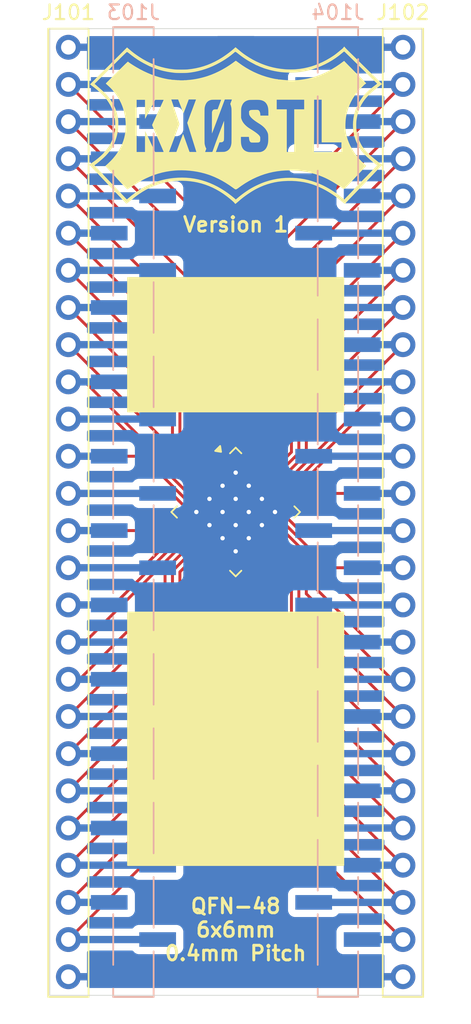
<source format=kicad_pcb>
(kicad_pcb (version 20241229) (generator "pcbnew") (generator_version "9.0")
  (layers (0 "F.Cu" signal) (2 "B.Cu" signal) (13 "F.Paste" user) (15 "B.Paste" user) (5 "F.SilkS" user "F.Silkscreen") (7 "B.SilkS" user "B.Silkscreen") (1 "F.Mask" user) (3 "B.Mask" user) (25 "Edge.Cuts" user))
  (net 0 "")
  (net 1 "/27")
  (net 2 "/10")
  (net 3 "/3")
  (net 4 "/6")
  (net 5 "/8")
  (net 6 "/1")
  (net 7 "/31")
  (net 8 "/7")
  (net 9 "/28")
  (net 10 "/2")
  (net 11 "/32")
  (net 12 "/24")
  (net 13 "/23")
  (net 14 "/19")
  (net 15 "/20")
  (net 16 "/18")
  (net 17 "/9")
  (net 18 "/14")
  (net 19 "/34")
  (net 20 "/26")
  (net 21 "/21")
  (net 22 "/16")
  (net 23 "/29")
  (net 24 "/15")
  (net 25 "/25")
  (net 26 "/30")
  (net 27 "/33")
  (net 28 "/17")
  (net 29 "/5")
  (net 30 "/4")
  (net 31 "/13")
  (net 32 "/12")
  (net 33 "/11")
  (net 34 "/22")
  (net 35 "/43")
  (net 36 "/40")
  (net 37 "/41")
  (net 38 "/48")
  (net 39 "/35")
  (net 40 "/37")
  (net 41 "/49")
  (net 42 "/45")
  (net 43 "/47")
  (net 44 "/39")
  (net 45 "/46")
  (net 46 "/44")
  (net 47 "/42")
  (net 48 "/38")
  (net 49 "/36")
  (footprint "Package_DFN_QFN:QFN-48-1EP_6x6mm_P0.4mm_EP4.3x4.3mm_ThermalVias" (layer "F.Cu") (at 138.43 120.65 -45)
    (property "Reference" "U101" (hide yes))
    (property "Value" "QFN-48")
    (pad "1" smd roundrect (at -3.149999 -2.2 315) (size 1.2 0.2) (layers "F.Cu" "F.Mask" "F.Paste") (net 6 "/1"))
    (pad "2" smd roundrect (at -3.15 -1.8 315) (size 1.2 0.2) (layers "F.Cu" "F.Mask" "F.Paste") (net 10 "/2"))
    (pad "3" smd roundrect (at -3.15 -1.399999 315) (size 1.2 0.2) (layers "F.Cu" "F.Mask" "F.Paste") (net 3 "/3"))
    (pad "4" smd roundrect (at -3.15 -1 315) (size 1.2 0.2) (layers "F.Cu" "F.Mask" "F.Paste") (net 30 "/4"))
    (pad "5" smd roundrect (at -3.149999 -0.6 315) (size 1.2 0.2) (layers "F.Cu" "F.Mask" "F.Paste") (net 29 "/5"))
    (pad "6" smd roundrect (at -3.15 -0.199999 315) (size 1.2 0.2) (layers "F.Cu" "F.Mask" "F.Paste") (net 4 "/6"))
    (pad "7" smd roundrect (at -3.15 0.199999 315) (size 1.2 0.2) (layers "F.Cu" "F.Mask" "F.Paste") (net 8 "/7"))
    (pad "8" smd roundrect (at -3.149999 0.6 315) (size 1.2 0.2) (layers "F.Cu" "F.Mask" "F.Paste") (net 5 "/8"))
    (pad "9" smd roundrect (at -3.15 1 315) (size 1.2 0.2) (layers "F.Cu" "F.Mask" "F.Paste") (net 17 "/9"))
    (pad "10" smd roundrect (at -3.15 1.399999 315) (size 1.2 0.2) (layers "F.Cu" "F.Mask" "F.Paste") (net 2 "/10"))
    (pad "11" smd roundrect (at -3.15 1.8 315) (size 1.2 0.2) (layers "F.Cu" "F.Mask" "F.Paste") (net 33 "/11"))
    (pad "12" smd roundrect (at -3.149999 2.2 315) (size 1.2 0.2) (layers "F.Cu" "F.Mask" "F.Paste") (net 32 "/12"))
    (pad "13" smd roundrect (at -2.2 3.149999 315) (size 0.2 1.2) (layers "F.Cu" "F.Mask" "F.Paste") (net 31 "/13"))
    (pad "14" smd roundrect (at -1.8 3.15 315) (size 0.2 1.2) (layers "F.Cu" "F.Mask" "F.Paste") (net 18 "/14"))
    (pad "15" smd roundrect (at -1.399999 3.15 315) (size 0.2 1.2) (layers "F.Cu" "F.Mask" "F.Paste") (net 24 "/15"))
    (pad "16" smd roundrect (at -1 3.15 315) (size 0.2 1.2) (layers "F.Cu" "F.Mask" "F.Paste") (net 22 "/16"))
    (pad "17" smd roundrect (at -0.6 3.149999 315) (size 0.2 1.2) (layers "F.Cu" "F.Mask" "F.Paste") (net 28 "/17"))
    (pad "18" smd roundrect (at -0.199999 3.15 315) (size 0.2 1.2) (layers "F.Cu" "F.Mask" "F.Paste") (net 16 "/18"))
    (pad "19" smd roundrect (at 0.199999 3.15 315) (size 0.2 1.2) (layers "F.Cu" "F.Mask" "F.Paste") (net 14 "/19"))
    (pad "20" smd roundrect (at 0.6 3.149999 315) (size 0.2 1.2) (layers "F.Cu" "F.Mask" "F.Paste") (net 15 "/20"))
    (pad "21" smd roundrect (at 1 3.15 315) (size 0.2 1.2) (layers "F.Cu" "F.Mask" "F.Paste") (net 21 "/21"))
    (pad "22" smd roundrect (at 1.399999 3.15 315) (size 0.2 1.2) (layers "F.Cu" "F.Mask" "F.Paste") (net 34 "/22"))
    (pad "23" smd roundrect (at 1.8 3.15 315) (size 0.2 1.2) (layers "F.Cu" "F.Mask" "F.Paste") (net 13 "/23"))
    (pad "24" smd roundrect (at 2.2 3.149999 315) (size 0.2 1.2) (layers "F.Cu" "F.Mask" "F.Paste") (net 12 "/24"))
    (pad "25" smd roundrect (at 3.149999 2.2 315) (size 1.2 0.2) (layers "F.Cu" "F.Mask" "F.Paste") (net 25 "/25"))
    (pad "26" smd roundrect (at 3.15 1.8 315) (size 1.2 0.2) (layers "F.Cu" "F.Mask" "F.Paste") (net 20 "/26"))
    (pad "27" smd roundrect (at 3.15 1.399999 315) (size 1.2 0.2) (layers "F.Cu" "F.Mask" "F.Paste") (net 1 "/27"))
    (pad "28" smd roundrect (at 3.15 1 315) (size 1.2 0.2) (layers "F.Cu" "F.Mask" "F.Paste") (net 9 "/28"))
    (pad "29" smd roundrect (at 3.149999 0.6 315) (size 1.2 0.2) (layers "F.Cu" "F.Mask" "F.Paste") (net 23 "/29"))
    (pad "30" smd roundrect (at 3.15 0.199999 315) (size 1.2 0.2) (layers "F.Cu" "F.Mask" "F.Paste") (net 26 "/30"))
    (pad "31" smd roundrect (at 3.15 -0.199999 315) (size 1.2 0.2) (layers "F.Cu" "F.Mask" "F.Paste") (net 7 "/31"))
    (pad "32" smd roundrect (at 3.149999 -0.6 315) (size 1.2 0.2) (layers "F.Cu" "F.Mask" "F.Paste") (net 11 "/32"))
    (pad "33" smd roundrect (at 3.15 -1 315) (size 1.2 0.2) (layers "F.Cu" "F.Mask" "F.Paste") (net 27 "/33"))
    (pad "34" smd roundrect (at 3.15 -1.399999 315) (size 1.2 0.2) (layers "F.Cu" "F.Mask" "F.Paste") (net 19 "/34"))
    (pad "35" smd roundrect (at 3.15 -1.8 315) (size 1.2 0.2) (layers "F.Cu" "F.Mask" "F.Paste") (net 39 "/35"))
    (pad "36" smd roundrect (at 3.149999 -2.2 315) (size 1.2 0.2) (layers "F.Cu" "F.Mask" "F.Paste") (net 49 "/36"))
    (pad "37" smd roundrect (at 2.2 -3.149999 315) (size 0.2 1.2) (layers "F.Cu" "F.Mask" "F.Paste") (net 40 "/37"))
    (pad "38" smd roundrect (at 1.8 -3.15 315) (size 0.2 1.2) (layers "F.Cu" "F.Mask" "F.Paste") (net 48 "/38"))
    (pad "39" smd roundrect (at 1.399999 -3.15 315) (size 0.2 1.2) (layers "F.Cu" "F.Mask" "F.Paste") (net 44 "/39"))
    (pad "40" smd roundrect (at 1 -3.15 315) (size 0.2 1.2) (layers "F.Cu" "F.Mask" "F.Paste") (net 36 "/40"))
    (pad "41" smd roundrect (at 0.6 -3.149999 315) (size 0.2 1.2) (layers "F.Cu" "F.Mask" "F.Paste") (net 37 "/41"))
    (pad "42" smd roundrect (at 0.199999 -3.15 315) (size 0.2 1.2) (layers "F.Cu" "F.Mask" "F.Paste") (net 47 "/42"))
    (pad "43" smd roundrect (at -0.199999 -3.15 315) (size 0.2 1.2) (layers "F.Cu" "F.Mask" "F.Paste") (net 35 "/43"))
    (pad "44" smd roundrect (at -0.6 -3.149999 315) (size 0.2 1.2) (layers "F.Cu" "F.Mask" "F.Paste") (net 46 "/44"))
    (pad "45" smd roundrect (at -1 -3.15 315) (size 0.2 1.2) (layers "F.Cu" "F.Mask" "F.Paste") (net 42 "/45"))
    (pad "46" smd roundrect (at -1.399999 -3.15 315) (size 0.2 1.2) (layers "F.Cu" "F.Mask" "F.Paste") (net 45 "/46"))
    (pad "47" smd roundrect (at -1.8 -3.15 315) (size 0.2 1.2) (layers "F.Cu" "F.Mask" "F.Paste") (net 43 "/47"))
    (pad "48" smd roundrect (at -2.2 -3.149999 315) (size 0.2 1.2) (layers "F.Cu" "F.Mask" "F.Paste") (net 38 "/48"))
    (pad "49" thru_hole circle (at -1.9 -1.9 315) (size 0.5 0.5) (drill 0.3) (property pad_prop_heatsink) (layers "*.Cu") (net 41 "/49"))
    (pad "49" thru_hole circle (at -1.9 -0.633333 315) (size 0.5 0.5) (drill 0.3) (property pad_prop_heatsink) (layers "*.Cu") (net 41 "/49"))
    (pad "49" thru_hole circle (at -1.9 0.633333 315) (size 0.5 0.5) (drill 0.3) (property pad_prop_heatsink) (layers "*.Cu") (net 41 "/49"))
    (pad "49" thru_hole circle (at -1.9 1.9 315) (size 0.5 0.5) (drill 0.3) (property pad_prop_heatsink) (layers "*.Cu") (net 41 "/49"))
    (pad "49" thru_hole circle (at -0.633333 -1.9 315) (size 0.5 0.5) (drill 0.3) (property pad_prop_heatsink) (layers "*.Cu") (net 41 "/49"))
    (pad "49" thru_hole circle (at -0.633333 -0.633333 315) (size 0.5 0.5) (drill 0.3) (property pad_prop_heatsink) (layers "*.Cu") (net 41 "/49"))
    (pad "49" thru_hole circle (at -0.633333 0.633333 315) (size 0.5 0.5) (drill 0.3) (property pad_prop_heatsink) (layers "*.Cu") (net 41 "/49"))
    (pad "49" thru_hole circle (at -0.633333 1.9 315) (size 0.5 0.5) (drill 0.3) (property pad_prop_heatsink) (layers "*.Cu") (net 41 "/49"))
    (pad "49" smd rect (at 0 0 315) (size 4.3 4.3) (property pad_prop_heatsink) (layers "F.Cu" "F.Mask") (net 41 "/49"))
    (pad "49" smd rect (at 0 0 315) (size 4.3 4.3) (property pad_prop_heatsink) (layers "B.Cu") (net 41 "/49"))
    (pad "49" thru_hole circle (at 0.633333 -1.9 315) (size 0.5 0.5) (drill 0.3) (property pad_prop_heatsink) (layers "*.Cu") (net 41 "/49"))
    (pad "49" thru_hole circle (at 0.633333 -0.633333 315) (size 0.5 0.5) (drill 0.3) (property pad_prop_heatsink) (layers "*.Cu") (net 41 "/49"))
    (pad "49" thru_hole circle (at 0.633333 0.633333 315) (size 0.5 0.5) (drill 0.3) (property pad_prop_heatsink) (layers "*.Cu") (net 41 "/49"))
    (pad "49" thru_hole circle (at 0.633333 1.9 315) (size 0.5 0.5) (drill 0.3) (property pad_prop_heatsink) (layers "*.Cu") (net 41 "/49"))
    (pad "49" thru_hole circle (at 1.9 -1.9 315) (size 0.5 0.5) (drill 0.3) (property pad_prop_heatsink) (layers "*.Cu") (net 41 "/49"))
    (pad "49" thru_hole circle (at 1.9 -0.633333 315) (size 0.5 0.5) (drill 0.3) (property pad_prop_heatsink) (layers "*.Cu") (net 41 "/49"))
    (pad "49" thru_hole circle (at 1.9 0.633333 315) (size 0.5 0.5) (drill 0.3) (property pad_prop_heatsink) (layers "*.Cu") (net 41 "/49"))
    (pad "49" thru_hole circle (at 1.9 1.9 315) (size 0.5 0.5) (drill 0.3) (property pad_prop_heatsink) (layers "*.Cu") (net 41 "/49"))
  )
  (footprint "libraries:LogoSmall" (layer "F.Cu") (at 138.43 94.234)
    (property "Reference" "G***" (hide yes))
    (property "Value" "LOGO" (hide yes))
  )
  (footprint "Connector_PinHeader_2.54mm:PinHeader_1x26_P2.54mm_Vertical" (layer "F.Cu") (at 127 88.9)
    (property "Reference" "J101" (at 0 -2.38 0) (layer "F.SilkS"))
    (property "Value" "Conn_01x26")
    (pad "1" thru_hole circle (at 0 0) (size 1.7 1.7) (drill 1) (layers "*.Cu" "*.Mask") (net 41 "/49"))
    (pad "2" thru_hole circle (at 0 2.54) (size 1.7 1.7) (drill 1) (layers "*.Cu" "*.Mask") (net 6 "/1"))
    (pad "3" thru_hole circle (at 0 5.08) (size 1.7 1.7) (drill 1) (layers "*.Cu" "*.Mask") (net 10 "/2"))
    (pad "4" thru_hole circle (at 0 7.62) (size 1.7 1.7) (drill 1) (layers "*.Cu" "*.Mask") (net 3 "/3"))
    (pad "5" thru_hole circle (at 0 10.16) (size 1.7 1.7) (drill 1) (layers "*.Cu" "*.Mask") (net 30 "/4"))
    (pad "6" thru_hole circle (at 0 12.7) (size 1.7 1.7) (drill 1) (layers "*.Cu" "*.Mask") (net 29 "/5"))
    (pad "7" thru_hole circle (at 0 15.24) (size 1.7 1.7) (drill 1) (layers "*.Cu" "*.Mask") (net 4 "/6"))
    (pad "8" thru_hole circle (at 0 17.78) (size 1.7 1.7) (drill 1) (layers "*.Cu" "*.Mask") (net 8 "/7"))
    (pad "9" thru_hole circle (at 0 20.32) (size 1.7 1.7) (drill 1) (layers "*.Cu" "*.Mask") (net 5 "/8"))
    (pad "10" thru_hole circle (at 0 22.86) (size 1.7 1.7) (drill 1) (layers "*.Cu" "*.Mask") (net 17 "/9"))
    (pad "11" thru_hole circle (at 0 25.4) (size 1.7 1.7) (drill 1) (layers "*.Cu" "*.Mask") (net 2 "/10"))
    (pad "12" thru_hole circle (at 0 27.94) (size 1.7 1.7) (drill 1) (layers "*.Cu" "*.Mask") (net 33 "/11"))
    (pad "13" thru_hole circle (at 0 30.48) (size 1.7 1.7) (drill 1) (layers "*.Cu" "*.Mask") (net 32 "/12"))
    (pad "14" thru_hole circle (at 0 33.02) (size 1.7 1.7) (drill 1) (layers "*.Cu" "*.Mask") (net 31 "/13"))
    (pad "15" thru_hole circle (at 0 35.56) (size 1.7 1.7) (drill 1) (layers "*.Cu" "*.Mask") (net 18 "/14"))
    (pad "16" thru_hole circle (at 0 38.1) (size 1.7 1.7) (drill 1) (layers "*.Cu" "*.Mask") (net 24 "/15"))
    (pad "17" thru_hole circle (at 0 40.64) (size 1.7 1.7) (drill 1) (layers "*.Cu" "*.Mask") (net 22 "/16"))
    (pad "18" thru_hole circle (at 0 43.18) (size 1.7 1.7) (drill 1) (layers "*.Cu" "*.Mask") (net 28 "/17"))
    (pad "19" thru_hole circle (at 0 45.72) (size 1.7 1.7) (drill 1) (layers "*.Cu" "*.Mask") (net 16 "/18"))
    (pad "20" thru_hole circle (at 0 48.26) (size 1.7 1.7) (drill 1) (layers "*.Cu" "*.Mask") (net 14 "/19"))
    (pad "21" thru_hole circle (at 0 50.8) (size 1.7 1.7) (drill 1) (layers "*.Cu" "*.Mask") (net 15 "/20"))
    (pad "22" thru_hole circle (at 0 53.34) (size 1.7 1.7) (drill 1) (layers "*.Cu" "*.Mask") (net 21 "/21"))
    (pad "23" thru_hole circle (at 0 55.88) (size 1.7 1.7) (drill 1) (layers "*.Cu" "*.Mask") (net 34 "/22"))
    (pad "24" thru_hole circle (at 0 58.42) (size 1.7 1.7) (drill 1) (layers "*.Cu" "*.Mask") (net 13 "/23"))
    (pad "25" thru_hole circle (at 0 60.96) (size 1.7 1.7) (drill 1) (layers "*.Cu" "*.Mask") (net 12 "/24"))
    (pad "26" thru_hole circle (at 0 63.5) (size 1.7 1.7) (drill 1) (layers "*.Cu" "*.Mask") (net 41 "/49"))
  )
  (footprint "Connector_PinHeader_2.54mm:PinHeader_1x26_P2.54mm_Vertical" (layer "F.Cu") (at 149.86 88.9)
    (property "Reference" "J102" (at 0 -2.38 0) (layer "F.SilkS"))
    (property "Value" "Conn_01x26")
    (pad "1" thru_hole circle (at 0 0) (size 1.7 1.7) (drill 1) (layers "*.Cu" "*.Mask") (net 41 "/49"))
    (pad "2" thru_hole circle (at 0 2.54) (size 1.7 1.7) (drill 1) (layers "*.Cu" "*.Mask") (net 38 "/48"))
    (pad "3" thru_hole circle (at 0 5.08) (size 1.7 1.7) (drill 1) (layers "*.Cu" "*.Mask") (net 43 "/47"))
    (pad "4" thru_hole circle (at 0 7.62) (size 1.7 1.7) (drill 1) (layers "*.Cu" "*.Mask") (net 45 "/46"))
    (pad "5" thru_hole circle (at 0 10.16) (size 1.7 1.7) (drill 1) (layers "*.Cu" "*.Mask") (net 42 "/45"))
    (pad "6" thru_hole circle (at 0 12.7) (size 1.7 1.7) (drill 1) (layers "*.Cu" "*.Mask") (net 46 "/44"))
    (pad "7" thru_hole circle (at 0 15.24) (size 1.7 1.7) (drill 1) (layers "*.Cu" "*.Mask") (net 35 "/43"))
    (pad "8" thru_hole circle (at 0 17.78) (size 1.7 1.7) (drill 1) (layers "*.Cu" "*.Mask") (net 47 "/42"))
    (pad "9" thru_hole circle (at 0 20.32) (size 1.7 1.7) (drill 1) (layers "*.Cu" "*.Mask") (net 37 "/41"))
    (pad "10" thru_hole circle (at 0 22.86) (size 1.7 1.7) (drill 1) (layers "*.Cu" "*.Mask") (net 36 "/40"))
    (pad "11" thru_hole circle (at 0 25.4) (size 1.7 1.7) (drill 1) (layers "*.Cu" "*.Mask") (net 44 "/39"))
    (pad "12" thru_hole circle (at 0 27.94) (size 1.7 1.7) (drill 1) (layers "*.Cu" "*.Mask") (net 48 "/38"))
    (pad "13" thru_hole circle (at 0 30.48) (size 1.7 1.7) (drill 1) (layers "*.Cu" "*.Mask") (net 40 "/37"))
    (pad "14" thru_hole circle (at 0 33.02) (size 1.7 1.7) (drill 1) (layers "*.Cu" "*.Mask") (net 49 "/36"))
    (pad "15" thru_hole circle (at 0 35.56) (size 1.7 1.7) (drill 1) (layers "*.Cu" "*.Mask") (net 39 "/35"))
    (pad "16" thru_hole circle (at 0 38.1) (size 1.7 1.7) (drill 1) (layers "*.Cu" "*.Mask") (net 19 "/34"))
    (pad "17" thru_hole circle (at 0 40.64) (size 1.7 1.7) (drill 1) (layers "*.Cu" "*.Mask") (net 27 "/33"))
    (pad "18" thru_hole circle (at 0 43.18) (size 1.7 1.7) (drill 1) (layers "*.Cu" "*.Mask") (net 11 "/32"))
    (pad "19" thru_hole circle (at 0 45.72) (size 1.7 1.7) (drill 1) (layers "*.Cu" "*.Mask") (net 7 "/31"))
    (pad "20" thru_hole circle (at 0 48.26) (size 1.7 1.7) (drill 1) (layers "*.Cu" "*.Mask") (net 26 "/30"))
    (pad "21" thru_hole circle (at 0 50.8) (size 1.7 1.7) (drill 1) (layers "*.Cu" "*.Mask") (net 23 "/29"))
    (pad "22" thru_hole circle (at 0 53.34) (size 1.7 1.7) (drill 1) (layers "*.Cu" "*.Mask") (net 9 "/28"))
    (pad "23" thru_hole circle (at 0 55.88) (size 1.7 1.7) (drill 1) (layers "*.Cu" "*.Mask") (net 1 "/27"))
    (pad "24" thru_hole circle (at 0 58.42) (size 1.7 1.7) (drill 1) (layers "*.Cu" "*.Mask") (net 20 "/26"))
    (pad "25" thru_hole circle (at 0 60.96) (size 1.7 1.7) (drill 1) (layers "*.Cu" "*.Mask") (net 25 "/25"))
    (pad "26" thru_hole circle (at 0 63.5) (size 1.7 1.7) (drill 1) (layers "*.Cu" "*.Mask") (net 41 "/49"))
  )
  (footprint "Connector_PinHeader_2.54mm:PinHeader_1x26_P2.54mm_Vertical_SMD_Pin1Left" (layer "B.Cu") (at 131.444 120.65 180)
    (property "Reference" "J103" (at 0 34.13 0) (layer "B.SilkS") (effects (justify mirror)))
    (property "Value" "Conn_01x26")
    (pad "1" smd rect (at -1.655 31.75 180) (size 2.51 1) (layers "B.Cu" "B.Mask" "B.Paste") (net 41 "/49"))
    (pad "2" smd rect (at 1.655 29.21 180) (size 2.51 1) (layers "B.Cu" "B.Mask" "B.Paste") (net 6 "/1"))
    (pad "3" smd rect (at -1.655 26.67 180) (size 2.51 1) (layers "B.Cu" "B.Mask" "B.Paste") (net 10 "/2"))
    (pad "4" smd rect (at 1.655 24.13 180) (size 2.51 1) (layers "B.Cu" "B.Mask" "B.Paste") (net 3 "/3"))
    (pad "5" smd rect (at -1.655 21.59 180) (size 2.51 1) (layers "B.Cu" "B.Mask" "B.Paste") (net 30 "/4"))
    (pad "6" smd rect (at 1.655 19.05 180) (size 2.51 1) (layers "B.Cu" "B.Mask" "B.Paste") (net 29 "/5"))
    (pad "7" smd rect (at -1.655 16.51 180) (size 2.51 1) (layers "B.Cu" "B.Mask" "B.Paste") (net 4 "/6"))
    (pad "8" smd rect (at 1.655 13.97 180) (size 2.51 1) (layers "B.Cu" "B.Mask" "B.Paste") (net 8 "/7"))
    (pad "9" smd rect (at -1.655 11.43 180) (size 2.51 1) (layers "B.Cu" "B.Mask" "B.Paste") (net 5 "/8"))
    (pad "10" smd rect (at 1.655 8.89 180) (size 2.51 1) (layers "B.Cu" "B.Mask" "B.Paste") (net 17 "/9"))
    (pad "11" smd rect (at -1.655 6.35 180) (size 2.51 1) (layers "B.Cu" "B.Mask" "B.Paste") (net 2 "/10"))
    (pad "12" smd rect (at 1.655 3.81 180) (size 2.51 1) (layers "B.Cu" "B.Mask" "B.Paste") (net 33 "/11"))
    (pad "13" smd rect (at -1.655 1.27 180) (size 2.51 1) (layers "B.Cu" "B.Mask" "B.Paste") (net 32 "/12"))
    (pad "14" smd rect (at 1.655 -1.27 180) (size 2.51 1) (layers "B.Cu" "B.Mask" "B.Paste") (net 31 "/13"))
    (pad "15" smd rect (at -1.655 -3.81 180) (size 2.51 1) (layers "B.Cu" "B.Mask" "B.Paste") (net 18 "/14"))
    (pad "16" smd rect (at 1.655 -6.35 180) (size 2.51 1) (layers "B.Cu" "B.Mask" "B.Paste") (net 24 "/15"))
    (pad "17" smd rect (at -1.655 -8.89 180) (size 2.51 1) (layers "B.Cu" "B.Mask" "B.Paste") (net 22 "/16"))
    (pad "18" smd rect (at 1.655 -11.43 180) (size 2.51 1) (layers "B.Cu" "B.Mask" "B.Paste") (net 28 "/17"))
    (pad "19" smd rect (at -1.655 -13.97 180) (size 2.51 1) (layers "B.Cu" "B.Mask" "B.Paste") (net 16 "/18"))
    (pad "20" smd rect (at 1.655 -16.51 180) (size 2.51 1) (layers "B.Cu" "B.Mask" "B.Paste") (net 14 "/19"))
    (pad "21" smd rect (at -1.655 -19.05 180) (size 2.51 1) (layers "B.Cu" "B.Mask" "B.Paste") (net 15 "/20"))
    (pad "22" smd rect (at 1.655 -21.59 180) (size 2.51 1) (layers "B.Cu" "B.Mask" "B.Paste") (net 21 "/21"))
    (pad "23" smd rect (at -1.655 -24.13 180) (size 2.51 1) (layers "B.Cu" "B.Mask" "B.Paste") (net 34 "/22"))
    (pad "24" smd rect (at 1.655 -26.67 180) (size 2.51 1) (layers "B.Cu" "B.Mask" "B.Paste") (net 13 "/23"))
    (pad "25" smd rect (at -1.655 -29.21 180) (size 2.51 1) (layers "B.Cu" "B.Mask" "B.Paste") (net 12 "/24"))
    (pad "26" smd rect (at 1.655 -31.75 180) (size 2.51 1) (layers "B.Cu" "B.Mask" "B.Paste") (net 41 "/49"))
  )
  (footprint "Connector_PinHeader_2.54mm:PinHeader_1x26_P2.54mm_Vertical_SMD_Pin1Left" (layer "B.Cu") (at 145.416 120.65 180)
    (property "Reference" "J104" (at 0 34.13 0) (layer "B.SilkS") (effects (justify mirror)))
    (property "Value" "Conn_01x26")
    (pad "1" smd rect (at -1.655 31.75 180) (size 2.51 1) (layers "B.Cu" "B.Mask" "B.Paste") (net 41 "/49"))
    (pad "2" smd rect (at 1.655 29.21 180) (size 2.51 1) (layers "B.Cu" "B.Mask" "B.Paste") (net 38 "/48"))
    (pad "3" smd rect (at -1.655 26.67 180) (size 2.51 1) (layers "B.Cu" "B.Mask" "B.Paste") (net 43 "/47"))
    (pad "4" smd rect (at 1.655 24.13 180) (size 2.51 1) (layers "B.Cu" "B.Mask" "B.Paste") (net 45 "/46"))
    (pad "5" smd rect (at -1.655 21.59 180) (size 2.51 1) (layers "B.Cu" "B.Mask" "B.Paste") (net 42 "/45"))
    (pad "6" smd rect (at 1.655 19.05 180) (size 2.51 1) (layers "B.Cu" "B.Mask" "B.Paste") (net 46 "/44"))
    (pad "7" smd rect (at -1.655 16.51 180) (size 2.51 1) (layers "B.Cu" "B.Mask" "B.Paste") (net 35 "/43"))
    (pad "8" smd rect (at 1.655 13.97 180) (size 2.51 1) (layers "B.Cu" "B.Mask" "B.Paste") (net 47 "/42"))
    (pad "9" smd rect (at -1.655 11.43 180) (size 2.51 1) (layers "B.Cu" "B.Mask" "B.Paste") (net 37 "/41"))
    (pad "10" smd rect (at 1.655 8.89 180) (size 2.51 1) (layers "B.Cu" "B.Mask" "B.Paste") (net 36 "/40"))
    (pad "11" smd rect (at -1.655 6.35 180) (size 2.51 1) (layers "B.Cu" "B.Mask" "B.Paste") (net 44 "/39"))
    (pad "12" smd rect (at 1.655 3.81 180) (size 2.51 1) (layers "B.Cu" "B.Mask" "B.Paste") (net 48 "/38"))
    (pad "13" smd rect (at -1.655 1.27 180) (size 2.51 1) (layers "B.Cu" "B.Mask" "B.Paste") (net 40 "/37"))
    (pad "14" smd rect (at 1.655 -1.27 180) (size 2.51 1) (layers "B.Cu" "B.Mask" "B.Paste") (net 49 "/36"))
    (pad "15" smd rect (at -1.655 -3.81 180) (size 2.51 1) (layers "B.Cu" "B.Mask" "B.Paste") (net 39 "/35"))
    (pad "16" smd rect (at 1.655 -6.35 180) (size 2.51 1) (layers "B.Cu" "B.Mask" "B.Paste") (net 19 "/34"))
    (pad "17" smd rect (at -1.655 -8.89 180) (size 2.51 1) (layers "B.Cu" "B.Mask" "B.Paste") (net 27 "/33"))
    (pad "18" smd rect (at 1.655 -11.43 180) (size 2.51 1) (layers "B.Cu" "B.Mask" "B.Paste") (net 11 "/32"))
    (pad "19" smd rect (at -1.655 -13.97 180) (size 2.51 1) (layers "B.Cu" "B.Mask" "B.Paste") (net 7 "/31"))
    (pad "20" smd rect (at 1.655 -16.51 180) (size 2.51 1) (layers "B.Cu" "B.Mask" "B.Paste") (net 26 "/30"))
    (pad "21" smd rect (at -1.655 -19.05 180) (size 2.51 1) (layers "B.Cu" "B.Mask" "B.Paste") (net 23 "/29"))
    (pad "22" smd rect (at 1.655 -21.59 180) (size 2.51 1) (layers "B.Cu" "B.Mask" "B.Paste") (net 9 "/28"))
    (pad "23" smd rect (at -1.655 -24.13 180) (size 2.51 1) (layers "B.Cu" "B.Mask" "B.Paste") (net 1 "/27"))
    (pad "24" smd rect (at 1.655 -26.67 180) (size 2.51 1) (layers "B.Cu" "B.Mask" "B.Paste") (net 20 "/26"))
    (pad "25" smd rect (at -1.655 -29.21 180) (size 2.51 1) (layers "B.Cu" "B.Mask" "B.Paste") (net 25 "/25"))
    (pad "26" smd rect (at 1.655 -31.75 180) (size 2.51 1) (layers "B.Cu" "B.Mask" "B.Paste") (net 41 "/49"))
  )
  (gr_rect (start 131.064 127.508) (end 145.796 144.78) (stroke (width 0.1)) (fill yes) (layer "F.SilkS"))
  (gr_rect (start 131.064 104.648) (end 145.796 113.792) (stroke (width 0.1)) (fill yes) (layer "F.SilkS"))
  (gr_rect (start 125.73 87.63) (end 151.13 153.67) (stroke (width 0.05)) (fill no) (layer "Edge.Cuts"))
  (gr_text "Version 1" (at 138.43 101.6 0) (layer "F.SilkS") (effects (font (size 1 1) (thickness 0.2) (bold yes)) (justify bottom)))
  (gr_text "QFN-48\n6x6mm\n0.4mm Pitch" (at 138.43 151.384 0) (layer "F.SilkS") (effects (font (size 1 1) (thickness 0.2) (bold yes)) (justify bottom)))
  (segment (start 140.716 135.636) (end 149.86 144.78) (width 0.2) (layer "F.Cu") (net 1))
  (segment (start 140.716 124.915897) (end 140.716 135.636) (width 0.2) (layer "F.Cu") (net 1))
  (segment (start 139.667438 123.867335) (end 140.716 124.915897) (width 0.2) (layer "F.Cu") (net 1))
  (segment (start 147.071 144.78) (end 149.86 144.78) (width 0.5) (layer "B.Cu") (net 1))
  (segment (start 135.212665 119.412562) (end 130.100103 114.3) (width 0.2) (layer "F.Cu") (net 2))
  (segment (start 130.100103 114.3) (end 127 114.3) (width 0.2) (layer "F.Cu") (net 2))
  (segment (start 133.099 114.3) (end 127 114.3) (width 0.5) (layer "B.Cu") (net 2))
  (segment (start 136.144 105.664) (end 127 96.52) (width 0.2) (layer "F.Cu") (net 3))
  (segment (start 136.144 116.384103) (end 136.144 105.664) (width 0.2) (layer "F.Cu") (net 3))
  (segment (start 137.192562 117.432665) (end 136.144 116.384103) (width 0.2) (layer "F.Cu") (net 3))
  (segment (start 129.789 96.52) (end 127 96.52) (width 0.5) (layer "B.Cu") (net 3))
  (segment (start 134.62 116.557159) (end 134.62 111.76) (width 0.2) (layer "F.Cu") (net 4))
  (segment (start 134.62 111.76) (end 127 104.14) (width 0.2) (layer "F.Cu") (net 4))
  (segment (start 136.344034 118.281193) (end 134.62 116.557159) (width 0.2) (layer "F.Cu") (net 4))
  (segment (start 127 104.14) (end 133.099 104.14) (width 0.5) (layer "B.Cu") (net 4))
  (segment (start 135.77835 118.846878) (end 133.604 116.672528) (width 0.2) (layer "F.Cu") (net 5))
  (segment (start 133.604 115.824) (end 127 109.22) (width 0.2) (layer "F.Cu") (net 5))
  (segment (start 133.604 116.672528) (end 133.604 115.824) (width 0.2) (layer "F.Cu") (net 5))
  (segment (start 127 109.22) (end 133.099 109.22) (width 0.5) (layer "B.Cu") (net 5))
  (segment (start 137.16 101.6) (end 127 91.44) (width 0.2) (layer "F.Cu") (net 6))
  (segment (start 137.16 116.26873) (end 137.16 101.6) (width 0.2) (layer "F.Cu") (net 6))
  (segment (start 137.758249 116.866979) (end 137.16 116.26873) (width 0.2) (layer "F.Cu") (net 6))
  (segment (start 129.789 91.44) (end 127 91.44) (width 0.5) (layer "B.Cu") (net 6))
  (segment (start 142.748 127.508) (end 149.86 134.62) (width 0.2) (layer "F.Cu") (net 7))
  (segment (start 140.798807 122.735966) (end 142.748 124.685159) (width 0.2) (layer "F.Cu") (net 7))
  (segment (start 142.748 124.685159) (end 142.748 127.508) (width 0.2) (layer "F.Cu") (net 7))
  (segment (start 147.071 134.62) (end 149.86 134.62) (width 0.5) (layer "B.Cu") (net 7))
  (segment (start 136.061193 118.564034) (end 134.112 116.614841) (width 0.2) (layer "F.Cu") (net 8))
  (segment (start 134.112 113.792) (end 127 106.68) (width 0.2) (layer "F.Cu") (net 8))
  (segment (start 134.112 116.614841) (end 134.112 113.792) (width 0.2) (layer "F.Cu") (net 8))
  (segment (start 129.789 106.68) (end 127 106.68) (width 0.5) (layer "B.Cu") (net 8))
  (segment (start 141.224 133.604) (end 149.86 142.24) (width 0.2) (layer "F.Cu") (net 9))
  (segment (start 139.95028 123.584493) (end 141.224 124.858213) (width 0.2) (layer "F.Cu") (net 9))
  (segment (start 141.224 124.858213) (end 141.224 133.604) (width 0.2) (layer "F.Cu") (net 9))
  (segment (start 149.86 142.24) (end 143.761 142.24) (width 0.5) (layer "B.Cu") (net 9))
  (segment (start 136.652 116.326415) (end 136.652 103.632) (width 0.2) (layer "F.Cu") (net 10))
  (segment (start 137.475406 117.149821) (end 136.652 116.326415) (width 0.2) (layer "F.Cu") (net 10))
  (segment (start 136.652 103.632) (end 127 93.98) (width 0.2) (layer "F.Cu") (net 10))
  (segment (start 127 93.98) (end 133.099 93.98) (width 0.5) (layer "B.Cu") (net 10))
  (segment (start 143.256 124.627472) (end 143.256 126.238) (width 0.2) (layer "F.Cu") (net 11))
  (segment (start 141.08165 122.453122) (end 143.256 124.627472) (width 0.2) (layer "F.Cu") (net 11))
  (segment (start 149.098 132.08) (end 149.86 132.08) (width 0.2) (layer "F.Cu") (net 11))
  (segment (start 143.256 126.238) (end 149.098 132.08) (width 0.2) (layer "F.Cu") (net 11))
  (segment (start 149.86 132.08) (end 143.761 132.08) (width 0.5) (layer "B.Cu") (net 11))
  (segment (start 137.16 139.7) (end 127 149.86) (width 0.2) (layer "F.Cu") (net 12))
  (segment (start 137.758249 124.433021) (end 137.16 125.03127) (width 0.2) (layer "F.Cu") (net 12))
  (segment (start 137.16 125.03127) (end 137.16 139.7) (width 0.2) (layer "F.Cu") (net 12))
  (segment (start 133.099 149.86) (end 127 149.86) (width 0.5) (layer "B.Cu") (net 12))
  (segment (start 136.652 137.668) (end 127 147.32) (width 0.2) (layer "F.Cu") (net 13))
  (segment (start 137.475406 124.150179) (end 136.652 124.973585) (width 0.2) (layer "F.Cu") (net 13))
  (segment (start 136.652 124.973585) (end 136.652 137.668) (width 0.2) (layer "F.Cu") (net 13))
  (segment (start 129.789 147.32) (end 127 147.32) (width 0.5) (layer "B.Cu") (net 13))
  (segment (start 134.62 129.54) (end 127 137.16) (width 0.2) (layer "F.Cu") (net 14))
  (segment (start 134.62 124.742841) (end 134.62 129.54) (width 0.2) (layer "F.Cu") (net 14))
  (segment (start 136.344034 123.018807) (end 134.62 124.742841) (width 0.2) (layer "F.Cu") (net 14))
  (segment (start 127 137.16) (end 129.789 137.16) (width 0.5) (layer "B.Cu") (net 14))
  (segment (start 135.128 124.800528) (end 135.128 131.572) (width 0.2) (layer "F.Cu") (net 15))
  (segment (start 135.128 131.572) (end 127 139.7) (width 0.2) (layer "F.Cu") (net 15))
  (segment (start 136.626878 123.30165) (end 135.128 124.800528) (width 0.2) (layer "F.Cu") (net 15))
  (segment (start 127 139.7) (end 133.099 139.7) (width 0.5) (layer "B.Cu") (net 15))
  (segment (start 136.061193 122.735966) (end 134.112 124.685159) (width 0.2) (layer "F.Cu") (net 16))
  (segment (start 134.112 127.508) (end 127 134.62) (width 0.2) (layer "F.Cu") (net 16))
  (segment (start 134.112 124.685159) (end 134.112 127.508) (width 0.2) (layer "F.Cu") (net 16))
  (segment (start 133.099 134.62) (end 127 134.62) (width 0.5) (layer "B.Cu") (net 16))
  (segment (start 128.125787 111.76) (end 127 111.76) (width 0.2) (layer "F.Cu") (net 17))
  (segment (start 135.495507 119.12972) (end 128.125787 111.76) (width 0.2) (layer "F.Cu") (net 17))
  (segment (start 129.789 111.76) (end 127 111.76) (width 0.5) (layer "B.Cu") (net 17))
  (segment (start 132.074415 124.46) (end 134.929821 121.604594) (width 0.2) (layer "F.Cu") (net 18))
  (segment (start 127 124.46) (end 132.074415 124.46) (width 0.2) (layer "F.Cu") (net 18))
  (segment (start 133.099 124.46) (end 127 124.46) (width 0.5) (layer "B.Cu") (net 18))
  (segment (start 146.759897 127) (end 141.647335 121.887438) (width 0.2) (layer "F.Cu") (net 19))
  (segment (start 149.86 127) (end 146.759897 127) (width 0.2) (layer "F.Cu") (net 19))
  (segment (start 149.86 127) (end 143.761 127) (width 0.5) (layer "B.Cu") (net 19))
  (segment (start 140.208 124.973585) (end 140.208 137.668) (width 0.2) (layer "F.Cu") (net 20))
  (segment (start 139.384594 124.150179) (end 140.208 124.973585) (width 0.2) (layer "F.Cu") (net 20))
  (segment (start 140.208 137.668) (end 149.86 147.32) (width 0.2) (layer "F.Cu") (net 20))
  (segment (start 149.86 147.32) (end 143.761 147.32) (width 0.5) (layer "B.Cu") (net 20))
  (segment (start 136.90972 123.584493) (end 135.636 124.858213) (width 0.2) (layer "F.Cu") (net 21))
  (segment (start 135.636 133.604) (end 127 142.24) (width 0.2) (layer "F.Cu") (net 21))
  (segment (start 135.636 124.858213) (end 135.636 133.604) (width 0.2) (layer "F.Cu") (net 21))
  (segment (start 129.789 142.24) (end 127 142.24) (width 0.5) (layer "B.Cu") (net 21))
  (segment (start 135.495507 122.17028) (end 128.125787 129.54) (width 0.2) (layer "F.Cu") (net 22))
  (segment (start 128.125787 129.54) (end 127 129.54) (width 0.2) (layer "F.Cu") (net 22))
  (segment (start 133.099 129.54) (end 127 129.54) (width 0.5) (layer "B.Cu") (net 22))
  (segment (start 140.233122 123.30165) (end 141.732 124.800528) (width 0.2) (layer "F.Cu") (net 23))
  (segment (start 141.732 124.800528) (end 141.732 131.572) (width 0.2) (layer "F.Cu") (net 23))
  (segment (start 141.732 131.572) (end 149.86 139.7) (width 0.2) (layer "F.Cu") (net 23))
  (segment (start 147.071 139.7) (end 149.86 139.7) (width 0.5) (layer "B.Cu") (net 23))
  (segment (start 130.100103 127) (end 135.212665 121.887438) (width 0.2) (layer "F.Cu") (net 24))
  (segment (start 127 127) (end 130.100103 127) (width 0.2) (layer "F.Cu") (net 24))
  (segment (start 127 127) (end 129.789 127) (width 0.5) (layer "B.Cu") (net 24))
  (segment (start 139.101751 124.433021) (end 139.7 125.03127) (width 0.2) (layer "F.Cu") (net 25))
  (segment (start 139.7 139.7) (end 149.86 149.86) (width 0.2) (layer "F.Cu") (net 25))
  (segment (start 139.7 125.03127) (end 139.7 139.7) (width 0.2) (layer "F.Cu") (net 25))
  (segment (start 147.071 149.86) (end 149.86 149.86) (width 0.5) (layer "B.Cu") (net 25))
  (segment (start 140.515966 123.018807) (end 142.24 124.742841) (width 0.2) (layer "F.Cu") (net 26))
  (segment (start 142.24 129.54) (end 149.86 137.16) (width 0.2) (layer "F.Cu") (net 26))
  (segment (start 142.24 124.742841) (end 142.24 129.54) (width 0.2) (layer "F.Cu") (net 26))
  (segment (start 149.86 137.16) (end 143.761 137.16) (width 0.5) (layer "B.Cu") (net 26))
  (segment (start 143.764 125.73) (end 147.574 129.54) (width 0.2) (layer "F.Cu") (net 27))
  (segment (start 141.364493 122.17028) (end 143.764 124.569787) (width 0.2) (layer "F.Cu") (net 27))
  (segment (start 143.764 124.569787) (end 143.764 125.73) (width 0.2) (layer "F.Cu") (net 27))
  (segment (start 147.574 129.54) (end 149.86 129.54) (width 0.2) (layer "F.Cu") (net 27))
  (segment (start 147.071 129.54) (end 149.86 129.54) (width 0.5) (layer "B.Cu") (net 27))
  (segment (start 127.762 132.08) (end 127 132.08) (width 0.2) (layer "F.Cu") (net 28))
  (segment (start 135.77835 122.453122) (end 133.604 124.627472) (width 0.2) (layer "F.Cu") (net 28))
  (segment (start 133.604 124.627472) (end 133.604 126.238) (width 0.2) (layer "F.Cu") (net 28))
  (segment (start 133.604 126.238) (end 127.762 132.08) (width 0.2) (layer "F.Cu") (net 28))
  (segment (start 127 132.08) (end 129.789 132.08) (width 0.5) (layer "B.Cu") (net 28))
  (segment (start 135.128 116.499472) (end 135.128 109.728) (width 0.2) (layer "F.Cu") (net 29))
  (segment (start 136.626878 117.99835) (end 135.128 116.499472) (width 0.2) (layer "F.Cu") (net 29))
  (segment (start 135.128 109.728) (end 127 101.6) (width 0.2) (layer "F.Cu") (net 29))
  (segment (start 129.789 101.6) (end 127 101.6) (width 0.5) (layer "B.Cu") (net 29))
  (segment (start 136.90972 117.715507) (end 135.636 116.441787) (width 0.2) (layer "F.Cu") (net 30))
  (segment (start 135.636 116.441787) (end 135.636 107.696) (width 0.2) (layer "F.Cu") (net 30))
  (segment (start 135.636 107.696) (end 127 99.06) (width 0.2) (layer "F.Cu") (net 30))
  (segment (start 127 99.06) (end 133.099 99.06) (width 0.5) (layer "B.Cu") (net 30))
  (segment (start 134.04873 121.92) (end 134.646979 121.321751) (width 0.2) (layer "F.Cu") (net 31))
  (segment (start 127 121.92) (end 134.04873 121.92) (width 0.2) (layer "F.Cu") (net 31))
  (segment (start 129.789 121.92) (end 127 121.92) (width 0.5) (layer "B.Cu") (net 31))
  (segment (start 134.04873 119.38) (end 127 119.38) (width 0.2) (layer "F.Cu") (net 32))
  (segment (start 134.646979 119.978249) (end 134.04873 119.38) (width 0.2) (layer "F.Cu") (net 32))
  (segment (start 127 119.38) (end 133.099 119.38) (width 0.5) (layer "B.Cu") (net 32))
  (segment (start 134.929821 119.695406) (end 132.074415 116.84) (width 0.2) (layer "F.Cu") (net 33))
  (segment (start 132.074415 116.84) (end 127 116.84) (width 0.2) (layer "F.Cu") (net 33))
  (segment (start 129.789 116.84) (end 127 116.84) (width 0.5) (layer "B.Cu") (net 33))
  (segment (start 136.144 135.636) (end 127 144.78) (width 0.2) (layer "F.Cu") (net 34))
  (segment (start 136.144 124.915897) (end 136.144 135.636) (width 0.2) (layer "F.Cu") (net 34))
  (segment (start 137.192562 123.867335) (end 136.144 124.915897) (width 0.2) (layer "F.Cu") (net 34))
  (segment (start 133.099 144.78) (end 127 144.78) (width 0.5) (layer "B.Cu") (net 34))
  (segment (start 140.515966 118.281193) (end 142.24 116.557159) (width 0.2) (layer "F.Cu") (net 35))
  (segment (start 142.24 111.76) (end 149.86 104.14) (width 0.2) (layer "F.Cu") (net 35))
  (segment (start 142.24 116.557159) (end 142.24 111.76) (width 0.2) (layer "F.Cu") (net 35))
  (segment (start 147.071 104.14) (end 149.86 104.14) (width 0.5) (layer "B.Cu") (net 35))
  (segment (start 149.86 111.76) (end 148.734213 111.76) (width 0.2) (layer "F.Cu") (net 36))
  (segment (start 148.734213 111.76) (end 141.364493 119.12972) (width 0.2) (layer "F.Cu") (net 36))
  (segment (start 149.86 111.76) (end 143.761 111.76) (width 0.5) (layer "B.Cu") (net 36))
  (segment (start 143.256 116.672528) (end 143.256 115.824) (width 0.2) (layer "F.Cu") (net 37))
  (segment (start 143.256 115.824) (end 149.86 109.22) (width 0.2) (layer "F.Cu") (net 37))
  (segment (start 141.08165 118.846878) (end 143.256 116.672528) (width 0.2) (layer "F.Cu") (net 37))
  (segment (start 147.071 109.22) (end 149.86 109.22) (width 0.5) (layer "B.Cu") (net 37))
  (segment (start 139.7 101.6) (end 149.86 91.44) (width 0.2) (layer "F.Cu") (net 38))
  (segment (start 139.7 116.26873) (end 139.7 101.6) (width 0.2) (layer "F.Cu") (net 38))
  (segment (start 139.101751 116.866979) (end 139.7 116.26873) (width 0.2) (layer "F.Cu") (net 38))
  (segment (start 149.86 91.44) (end 143.761 91.44) (width 0.5) (layer "B.Cu") (net 38))
  (segment (start 149.86 124.46) (end 144.785585 124.46) (width 0.2) (layer "F.Cu") (net 39))
  (segment (start 144.785585 124.46) (end 141.930179 121.604594) (width 0.2) (layer "F.Cu") (net 39))
  (segment (start 147.071 124.46) (end 149.86 124.46) (width 0.5) (layer "B.Cu") (net 39))
  (segment (start 142.81127 119.38) (end 142.213021 119.978249) (width 0.2) (layer "F.Cu") (net 40))
  (segment (start 149.86 119.38) (end 142.81127 119.38) (width 0.2) (layer "F.Cu") (net 40))
  (segment (start 147.071 119.38) (end 149.86 119.38) (width 0.5) (layer "B.Cu") (net 40))
  (segment (start 127 88.9) (end 133.099 88.9) (width 0.5) (layer "B.Cu") (net 41))
  (segment (start 127 152.4) (end 129.789 152.4) (width 0.5) (layer "B.Cu") (net 41))
  (segment (start 147.071 88.9) (end 149.86 88.9) (width 0.5) (layer "B.Cu") (net 41))
  (segment (start 149.86 152.4) (end 143.761 152.4) (width 0.5) (layer "B.Cu") (net 41))
  (segment (start 141.224 107.696) (end 149.86 99.06) (width 0.2) (layer "F.Cu") (net 42))
  (segment (start 139.95028 117.715507) (end 141.224 116.441787) (width 0.2) (layer "F.Cu") (net 42))
  (segment (start 141.224 116.441787) (end 141.224 107.696) (width 0.2) (layer "F.Cu") (net 42))
  (segment (start 147.071 99.06) (end 149.86 99.06) (width 0.5) (layer "B.Cu") (net 42))
  (segment (start 140.208 116.326415) (end 140.208 103.632) (width 0.2) (layer "F.Cu") (net 43))
  (segment (start 140.208 103.632) (end 149.86 93.98) (width 0.2) (layer "F.Cu") (net 43))
  (segment (start 139.384594 117.149821) (end 140.208 116.326415) (width 0.2) (layer "F.Cu") (net 43))
  (segment (start 147.071 93.98) (end 149.86 93.98) (width 0.5) (layer "B.Cu") (net 43))
  (segment (start 146.759897 114.3) (end 141.647335 119.412562) (width 0.2) (layer "F.Cu") (net 44))
  (segment (start 149.86 114.3) (end 146.759897 114.3) (width 0.2) (layer "F.Cu") (net 44))
  (segment (start 147.071 114.3) (end 149.86 114.3) (width 0.5) (layer "B.Cu") (net 44))
  (segment (start 140.716 105.664) (end 149.86 96.52) (width 0.2) (layer "F.Cu") (net 45))
  (segment (start 139.667438 117.432665) (end 140.716 116.384103) (width 0.2) (layer "F.Cu") (net 45))
  (segment (start 140.716 116.384103) (end 140.716 105.664) (width 0.2) (layer "F.Cu") (net 45))
  (segment (start 149.86 96.52) (end 143.761 96.52) (width 0.5) (layer "B.Cu") (net 45))
  (segment (start 140.233122 117.99835) (end 141.732 116.499472) (width 0.2) (layer "F.Cu") (net 46))
  (segment (start 141.732 116.499472) (end 141.732 109.728) (width 0.2) (layer "F.Cu") (net 46))
  (segment (start 141.732 109.728) (end 149.86 101.6) (width 0.2) (layer "F.Cu") (net 46))
  (segment (start 149.86 101.6) (end 143.761 101.6) (width 0.5) (layer "B.Cu") (net 46))
  (segment (start 140.798807 118.564034) (end 142.748 116.614841) (width 0.2) (layer "F.Cu") (net 47))
  (segment (start 142.748 113.792) (end 149.86 106.68) (width 0.2) (layer "F.Cu") (net 47))
  (segment (start 142.748 116.614841) (end 142.748 113.792) (width 0.2) (layer "F.Cu") (net 47))
  (segment (start 149.86 106.68) (end 143.761 106.68) (width 0.5) (layer "B.Cu") (net 47))
  (segment (start 144.785585 116.84) (end 141.930179 119.695406) (width 0.2) (layer "F.Cu") (net 48))
  (segment (start 149.86 116.84) (end 144.785585 116.84) (width 0.2) (layer "F.Cu") (net 48))
  (segment (start 149.86 116.84) (end 143.761 116.84) (width 0.5) (layer "B.Cu") (net 48))
  (segment (start 149.86 121.92) (end 142.81127 121.92) (width 0.2) (layer "F.Cu") (net 49))
  (segment (start 142.81127 121.92) (end 142.213021 121.321751) (width 0.2) (layer "F.Cu") (net 49))
  (segment (start 149.86 121.92) (end 143.761 121.92) (width 0.5) (layer "B.Cu") (net 49))
  (zone (net 41) (net_name "/49") (layers "F.Cu" "B.Cu") (priority 1) (connect_pads yes (clearance 0.5)) (min_thickness 0.25) (fill yes (thermal_gap 0.5) (thermal_bridge_width 0.5))
    (polygon (pts (xy 128.27 88.138) (xy 148.59 88.138) (xy 148.59 153.67) (xy 128.27 153.67)))
  )
  (zone (net 41) (net_name "/49") (layer "B.Cu") (connect_pads yes (clearance 0.5)) (min_thickness 0.25) (fill yes (thermal_gap 0.5) (thermal_bridge_width 0.5))
    (polygon (pts (xy 137.16 87.63) (xy 137.16 153.67) (xy 139.7 153.67) (xy 139.7 87.63)))
  )
)
</source>
